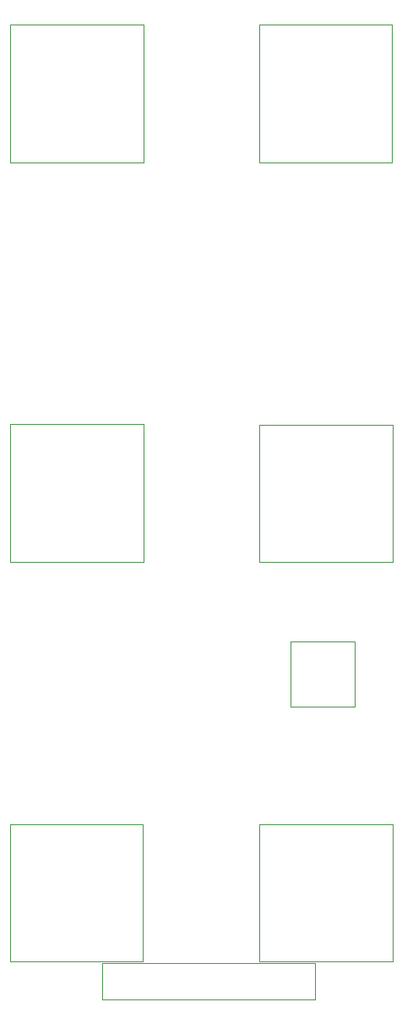
<source format=gbr>
%TF.GenerationSoftware,KiCad,Pcbnew,(5.1.9)-1*%
%TF.CreationDate,2021-08-22T20:59:49+01:00*%
%TF.ProjectId,KOSMOS Simple Mixer,4b4f534d-4f53-4205-9369-6d706c65204d,rev?*%
%TF.SameCoordinates,Original*%
%TF.FileFunction,Other,User*%
%FSLAX46Y46*%
G04 Gerber Fmt 4.6, Leading zero omitted, Abs format (unit mm)*
G04 Created by KiCad (PCBNEW (5.1.9)-1) date 2021-08-22 20:59:49*
%MOMM*%
%LPD*%
G01*
G04 APERTURE LIST*
%ADD10C,0.050000*%
G04 APERTURE END LIST*
D10*
%TO.C,D3*%
X50340000Y-90940000D02*
X50340000Y-97440000D01*
X50340000Y-97440000D02*
X56790000Y-97440000D01*
X56790000Y-97440000D02*
X56790000Y-90940000D01*
X56790000Y-90940000D02*
X50340000Y-90940000D01*
%TO.C,J1*%
X31430000Y-123147000D02*
X31430000Y-126747000D01*
X52780000Y-123147000D02*
X31430000Y-123147000D01*
X52780000Y-126747000D02*
X52780000Y-123147000D01*
X31430000Y-126747000D02*
X52780000Y-126747000D01*
%TO.C,RV1*%
X35570000Y-42990000D02*
X35570000Y-29240000D01*
X22230000Y-42990000D02*
X35570000Y-42990000D01*
X22230000Y-29240000D02*
X22230000Y-42990000D01*
X35570000Y-29240000D02*
X22230000Y-29240000D01*
%TO.C,RV2*%
X60530000Y-29240000D02*
X47190000Y-29240000D01*
X47190000Y-29240000D02*
X47190000Y-42990000D01*
X47190000Y-42990000D02*
X60530000Y-42990000D01*
X60530000Y-42990000D02*
X60530000Y-29240000D01*
%TO.C,RV3*%
X35560000Y-82950000D02*
X35560000Y-69200000D01*
X22220000Y-82950000D02*
X35560000Y-82950000D01*
X22220000Y-69200000D02*
X22220000Y-82950000D01*
X35560000Y-69200000D02*
X22220000Y-69200000D01*
%TO.C,RV4*%
X60570000Y-69230000D02*
X47230000Y-69230000D01*
X47230000Y-69230000D02*
X47230000Y-82980000D01*
X47230000Y-82980000D02*
X60570000Y-82980000D01*
X60570000Y-82980000D02*
X60570000Y-69230000D01*
%TO.C,RV5*%
X35530000Y-109230000D02*
X22190000Y-109230000D01*
X22190000Y-109230000D02*
X22190000Y-122980000D01*
X22190000Y-122980000D02*
X35530000Y-122980000D01*
X35530000Y-122980000D02*
X35530000Y-109230000D01*
%TO.C,RV7*%
X60550000Y-122960000D02*
X60550000Y-109210000D01*
X47210000Y-122960000D02*
X60550000Y-122960000D01*
X47210000Y-109210000D02*
X47210000Y-122960000D01*
X60550000Y-109210000D02*
X47210000Y-109210000D01*
%TD*%
M02*

</source>
